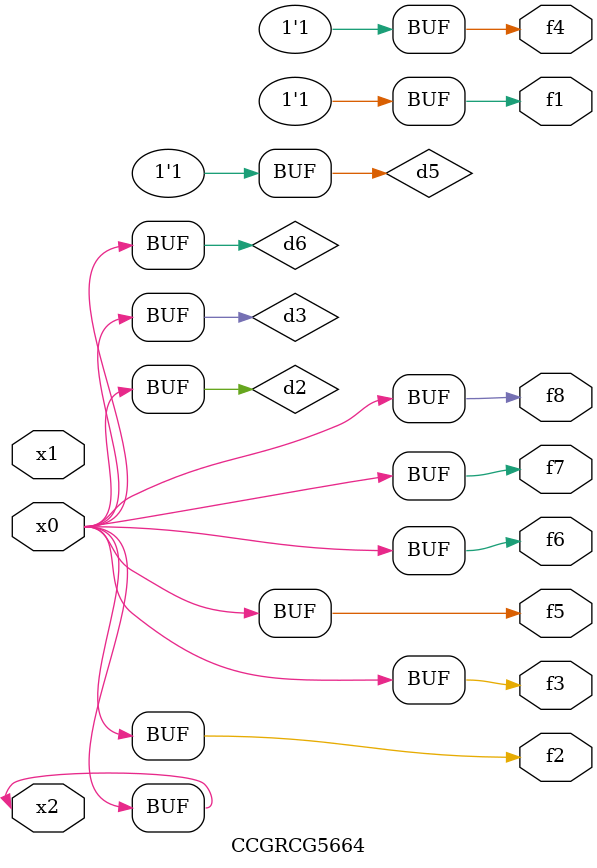
<source format=v>
module CCGRCG5664(
	input x0, x1, x2,
	output f1, f2, f3, f4, f5, f6, f7, f8
);

	wire d1, d2, d3, d4, d5, d6;

	xnor (d1, x2);
	buf (d2, x0, x2);
	and (d3, x0);
	xnor (d4, x1, x2);
	nand (d5, d1, d3);
	buf (d6, d2, d3);
	assign f1 = d5;
	assign f2 = d6;
	assign f3 = d6;
	assign f4 = d5;
	assign f5 = d6;
	assign f6 = d6;
	assign f7 = d6;
	assign f8 = d6;
endmodule

</source>
